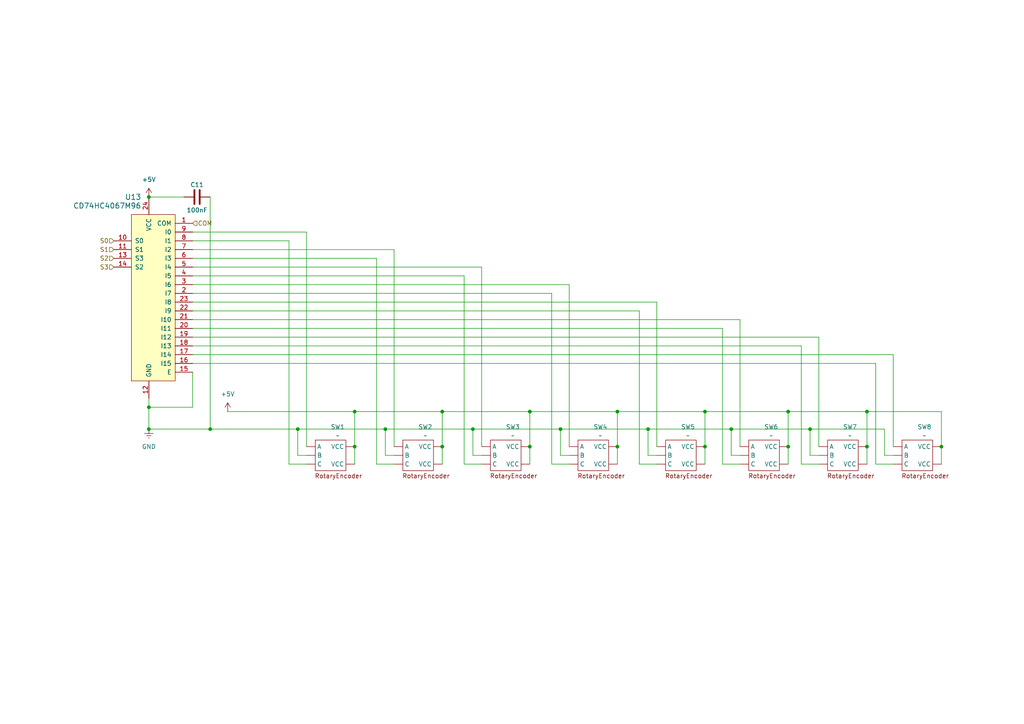
<source format=kicad_sch>
(kicad_sch (version 20231120) (generator "eeschema") (generator_version "8.0")
  (paper "A4")
  (lib_symbols
    (symbol "Device:C" (pin_numbers hide) (pin_names (offset 0.254))
      (property "Reference" "C" (at 0.635 2.54 0))
      (property "Value" "C" (at 0.635 -2.54 0))
      (symbol "C_0_1"
        (polyline (pts (xy -2.032 -0.762) (xy 2.032 -0.762)) (stroke (width 0.508)))
        (polyline (pts (xy -2.032 0.762) (xy 2.032 0.762)) (stroke (width 0.508)))
      )
      (symbol "C_1_1"
        (pin passive line (at 0 3.81 270) (length 2.794) (name "~") (number "1"))
        (pin passive line (at 0 -3.81 90) (length 2.794) (name "~") (number "2"))
      )
    )
    (symbol "dk_Interface-Analog-Switches-Multiplexers-Demultiplexers:CD74HC4067M96" (pin_names (offset 1.016))
      (property "Reference" "U" (at -2.54 24.13 0))
      (property "Value" "CD74HC4067M96" (at 17.78 -33.02 0))
      (symbol "CD74HC4067M96_0_1"
        (rectangle (start -5.08 22.86) (end 7.62 -25.4) (fill (type background)))
      )
      (symbol "CD74HC4067M96_1_1"
        (pin bidirectional line (at -10.16 20.32 0) (length 5.08) (name "COM") (number "1"))
        (pin input line (at 12.7 15.24 180) (length 5.08) (name "S0") (number "10"))
        (pin input line (at 12.7 12.7 180) (length 5.08) (name "S1") (number "11"))
        (pin power_in line (at 2.54 -30.48 90) (length 5.08) (name "GND") (number "12"))
        (pin input line (at 12.7 10.16 180) (length 5.08) (name "S3") (number "13"))
        (pin input line (at 12.7 7.62 180) (length 5.08) (name "S2") (number "14"))
        (pin input line (at -10.16 -22.86 0) (length 5.08) (name "E") (number "15"))
        (pin input line (at -10.16 -20.32 0) (length 5.08) (name "I15") (number "16"))
        (pin input line (at -10.16 -17.78 0) (length 5.08) (name "I14") (number "17"))
        (pin input line (at -10.16 -15.24 0) (length 5.08) (name "I13") (number "18"))
        (pin input line (at -10.16 -12.7 0) (length 5.08) (name "I12") (number "19"))
        (pin input line (at -10.16 0 0) (length 5.08) (name "I7") (number "2"))
        (pin input line (at -10.16 -10.16 0) (length 5.08) (name "I11") (number "20"))
        (pin input line (at -10.16 -7.62 0) (length 5.08) (name "I10") (number "21"))
        (pin input line (at -10.16 -5.08 0) (length 5.08) (name "I9") (number "22"))
        (pin input line (at -10.16 -2.54 0) (length 5.08) (name "I8") (number "23"))
        (pin power_in line (at 2.54 27.94 270) (length 5.08) (name "VCC") (number "24"))
        (pin input line (at -10.16 2.54 0) (length 5.08) (name "I6") (number "3"))
        (pin input line (at -10.16 5.08 0) (length 5.08) (name "I5") (number "4"))
        (pin input line (at -10.16 7.62 0) (length 5.08) (name "I4") (number "5"))
        (pin input line (at -10.16 10.16 0) (length 5.08) (name "I3") (number "6"))
        (pin input line (at -10.16 12.7 0) (length 5.08) (name "I2") (number "7"))
        (pin input line (at -10.16 15.24 0) (length 5.08) (name "I1") (number "8"))
        (pin input line (at -10.16 17.78 0) (length 5.08) (name "I0") (number "9"))
      )
    )
    (symbol "mixer:rotary_encoder"
      (property "Reference" "SW" (at -3.937 -8.001 0))
      (symbol "rotary_encoder_0_1"
        (rectangle (start -5.08 4.445) (end 3.81 -4.445))
      )
      (symbol "rotary_encoder_1_1"
        (text "RotaryEncoder\n" (at 1.651 -5.969 0) (effects (font (size 1.27 1.27))))
        (pin input line (at -7.62 2.54 0) (length 2.54) (name "A") (number ""))
        (pin input line (at -7.62 0 0) (length 2.54) (name "B") (number ""))
        (pin input line (at -7.62 -2.54 0) (length 2.54) (name "C") (number ""))
        (pin input line (at 6.35 -2.54 180) (length 2.54) (name "VCC") (number ""))
        (pin input line (at 6.35 2.54 180) (length 2.54) (name "VCC") (number ""))
      )
    )
    (symbol "power:+5V" (power) (pin_numbers hide) (pin_names (offset 0) hide)
      (property "Value" "+5V" (at 0 3.556 0))
      (symbol "+5V_0_1"
        (polyline (pts (xy -0.762 1.27) (xy 0 2.54)))
        (polyline (pts (xy 0 0) (xy 0 2.54)))
        (polyline (pts (xy 0 2.54) (xy 0.762 1.27)))
      )
      (symbol "+5V_1_1"
        (pin power_in line (at 0 0 90) (length 0) (name "~") (number "1"))
      )
    )
    (symbol "power:Earth" (power) (pin_numbers hide) (pin_names (offset 0) hide)
      (property "Value" "Earth" (at 0 -3.81 0))
      (symbol "Earth_0_1"
        (polyline (pts (xy -0.635 -1.905) (xy 0.635 -1.905)))
        (polyline (pts (xy -0.127 -2.54) (xy 0.127 -2.54)))
        (polyline (pts (xy 0 -1.27) (xy 0 0)))
        (polyline (pts (xy 1.27 -1.27) (xy -1.27 -1.27)))
      )
      (symbol "Earth_1_1"
        (pin power_in line (at 0 0 270) (length 0) (name "~") (number "1"))
      )
    )
  )
  (junction (at 128.27 119.38))
  (junction (at 162.56 124.46))
  (junction (at 212.09 124.46))
  (junction (at 102.87 119.38))
  (junction (at 179.07 119.38))
  (junction (at 187.96 124.46))
  (junction (at 204.47 119.38))
  (junction (at 43.18 124.46))
  (junction (at 228.6 119.38))
  (junction (at 204.47 129.54))
  (junction (at 234.95 124.46))
  (junction (at 60.96 124.46))
  (junction (at 86.36 124.46))
  (junction (at 43.18 118.11))
  (junction (at 251.46 129.54))
  (junction (at 228.6 129.54))
  (junction (at 43.18 57.15))
  (junction (at 153.67 119.38))
  (junction (at 153.67 129.54))
  (junction (at 128.27 129.54))
  (junction (at 251.46 119.38))
  (junction (at 137.16 124.46))
  (junction (at 179.07 129.54))
  (junction (at 102.87 129.54))
  (junction (at 273.05 129.54))
  (junction (at 111.76 124.46))
  (wire (pts (xy 153.67 119.38) (xy 179.07 119.38)))
  (wire (pts (xy 179.07 119.38) (xy 204.47 119.38)))
  (wire (pts (xy 153.67 129.54) (xy 153.67 119.38)))
  (wire (pts (xy 187.96 124.46) (xy 212.09 124.46)))
  (wire (pts (xy 234.95 124.46) (xy 256.54 124.46)))
  (wire (pts (xy 55.88 118.11) (xy 43.18 118.11)))
  (wire (pts (xy 55.88 100.33) (xy 232.41 100.33)))
  (wire (pts (xy 165.1 82.55) (xy 165.1 129.54)))
  (wire (pts (xy 134.62 80.01) (xy 134.62 134.62)))
  (wire (pts (xy 102.87 134.62) (xy 102.87 129.54)))
  (wire (pts (xy 86.36 132.08) (xy 86.36 124.46)))
  (wire (pts (xy 251.46 119.38) (xy 273.05 119.38)))
  (wire (pts (xy 102.87 129.54) (xy 102.87 119.38)))
  (wire (pts (xy 43.18 124.46) (xy 43.18 118.11)))
  (wire (pts (xy 55.88 90.17) (xy 185.42 90.17)))
  (wire (pts (xy 60.96 124.46) (xy 86.36 124.46)))
  (wire (pts (xy 111.76 132.08) (xy 111.76 124.46)))
  (wire (pts (xy 55.88 92.71) (xy 214.63 92.71)))
  (wire (pts (xy 55.88 105.41) (xy 254 105.41)))
  (wire (pts (xy 209.55 134.62) (xy 214.63 134.62)))
  (wire (pts (xy 55.88 97.79) (xy 237.49 97.79)))
  (wire (pts (xy 190.5 87.63) (xy 190.5 129.54)))
  (wire (pts (xy 162.56 124.46) (xy 187.96 124.46)))
  (wire (pts (xy 86.36 124.46) (xy 111.76 124.46)))
  (wire (pts (xy 160.02 134.62) (xy 165.1 134.62)))
  (wire (pts (xy 153.67 134.62) (xy 153.67 129.54)))
  (wire (pts (xy 88.9 67.31) (xy 88.9 129.54)))
  (wire (pts (xy 102.87 119.38) (xy 128.27 119.38)))
  (wire (pts (xy 53.34 57.15) (xy 43.18 57.15)))
  (wire (pts (xy 43.18 124.46) (xy 60.96 124.46)))
  (wire (pts (xy 237.49 132.08) (xy 234.95 132.08)))
  (wire (pts (xy 139.7 132.08) (xy 137.16 132.08)))
  (wire (pts (xy 137.16 124.46) (xy 162.56 124.46)))
  (wire (pts (xy 109.22 74.93) (xy 109.22 134.62)))
  (wire (pts (xy 55.88 77.47) (xy 139.7 77.47)))
  (wire (pts (xy 259.08 132.08) (xy 256.54 132.08)))
  (wire (pts (xy 55.88 69.85) (xy 83.82 69.85)))
  (wire (pts (xy 160.02 85.09) (xy 160.02 134.62)))
  (wire (pts (xy 43.18 118.11) (xy 43.18 115.57)))
  (wire (pts (xy 228.6 119.38) (xy 251.46 119.38)))
  (wire (pts (xy 204.47 134.62) (xy 204.47 129.54)))
  (wire (pts (xy 134.62 134.62) (xy 139.7 134.62)))
  (wire (pts (xy 254 105.41) (xy 254 134.62)))
  (wire (pts (xy 185.42 90.17) (xy 185.42 134.62)))
  (wire (pts (xy 228.6 129.54) (xy 228.6 119.38)))
  (wire (pts (xy 55.88 85.09) (xy 160.02 85.09)))
  (wire (pts (xy 139.7 77.47) (xy 139.7 129.54)))
  (wire (pts (xy 66.04 119.38) (xy 102.87 119.38)))
  (wire (pts (xy 83.82 69.85) (xy 83.82 134.62)))
  (wire (pts (xy 212.09 132.08) (xy 212.09 124.46)))
  (wire (pts (xy 187.96 132.08) (xy 187.96 124.46)))
  (wire (pts (xy 162.56 132.08) (xy 162.56 124.46)))
  (wire (pts (xy 55.88 102.87) (xy 259.08 102.87)))
  (wire (pts (xy 204.47 129.54) (xy 204.47 119.38)))
  (wire (pts (xy 55.88 87.63) (xy 190.5 87.63)))
  (wire (pts (xy 234.95 132.08) (xy 234.95 124.46)))
  (wire (pts (xy 128.27 129.54) (xy 128.27 119.38)))
  (wire (pts (xy 55.88 95.25) (xy 209.55 95.25)))
  (wire (pts (xy 212.09 124.46) (xy 234.95 124.46)))
  (wire (pts (xy 109.22 134.62) (xy 114.3 134.62)))
  (wire (pts (xy 214.63 132.08) (xy 212.09 132.08)))
  (wire (pts (xy 88.9 132.08) (xy 86.36 132.08)))
  (wire (pts (xy 259.08 102.87) (xy 259.08 129.54)))
  (wire (pts (xy 55.88 107.95) (xy 55.88 118.11)))
  (wire (pts (xy 209.55 95.25) (xy 209.55 134.62)))
  (wire (pts (xy 55.88 82.55) (xy 165.1 82.55)))
  (wire (pts (xy 55.88 67.31) (xy 88.9 67.31)))
  (wire (pts (xy 273.05 129.54) (xy 273.05 134.62)))
  (wire (pts (xy 251.46 134.62) (xy 251.46 129.54)))
  (wire (pts (xy 55.88 80.01) (xy 134.62 80.01)))
  (wire (pts (xy 214.63 92.71) (xy 214.63 129.54)))
  (wire (pts (xy 254 134.62) (xy 259.08 134.62)))
  (wire (pts (xy 232.41 100.33) (xy 232.41 134.62)))
  (wire (pts (xy 232.41 134.62) (xy 237.49 134.62)))
  (wire (pts (xy 83.82 134.62) (xy 88.9 134.62)))
  (wire (pts (xy 190.5 132.08) (xy 187.96 132.08)))
  (wire (pts (xy 165.1 132.08) (xy 162.56 132.08)))
  (wire (pts (xy 185.42 134.62) (xy 190.5 134.62)))
  (wire (pts (xy 179.07 129.54) (xy 179.07 119.38)))
  (wire (pts (xy 179.07 134.62) (xy 179.07 129.54)))
  (wire (pts (xy 60.96 57.15) (xy 60.96 124.46)))
  (wire (pts (xy 251.46 129.54) (xy 251.46 119.38)))
  (wire (pts (xy 137.16 132.08) (xy 137.16 124.46)))
  (wire (pts (xy 55.88 74.93) (xy 109.22 74.93)))
  (wire (pts (xy 114.3 72.39) (xy 114.3 129.54)))
  (wire (pts (xy 111.76 124.46) (xy 137.16 124.46)))
  (wire (pts (xy 128.27 119.38) (xy 153.67 119.38)))
  (wire (pts (xy 114.3 132.08) (xy 111.76 132.08)))
  (wire (pts (xy 237.49 97.79) (xy 237.49 129.54)))
  (wire (pts (xy 204.47 119.38) (xy 228.6 119.38)))
  (wire (pts (xy 273.05 119.38) (xy 273.05 129.54)))
  (wire (pts (xy 228.6 134.62) (xy 228.6 129.54)))
  (wire (pts (xy 256.54 132.08) (xy 256.54 124.46)))
  (wire (pts (xy 55.88 72.39) (xy 114.3 72.39)))
  (wire (pts (xy 128.27 134.62) (xy 128.27 129.54)))
  (hierarchical_label "S0" (shape input) (at 33.02 69.85 180))
  (hierarchical_label "S1" (shape input) (at 33.02 72.39 180))
  (hierarchical_label "COM" (shape input) (at 55.88 64.77 0))
  (hierarchical_label "S3" (shape input) (at 33.02 77.47 180))
  (hierarchical_label "S2" (shape input) (at 33.02 74.93 180))
  (symbol (lib_name "mixer:rotary_encoder") (lib_id "mixer:rotary_encoder") (at 198.12 132.08 0) (unit 1)
    (property "Reference" "SW5" (at 199.5453 123.825 0))
    (property "Value" "~" (at 199.5453 126.365 0))
    (property "Footprint" "mixer:RotaryEncoder" (effects (hide yes)))
  )
  (symbol (lib_name "mixer:rotary_encoder") (lib_id "mixer:rotary_encoder") (at 121.92 132.08 0) (unit 1)
    (property "Reference" "SW2" (at 123.3453 123.825 0))
    (property "Value" "~" (at 123.3453 126.365 0))
    (property "Footprint" "mixer:RotaryEncoder" (effects (hide yes)))
  )
  (symbol (lib_name "mixer:rotary_encoder") (lib_id "mixer:rotary_encoder") (at 96.52 132.08 0) (unit 1)
    (property "Reference" "SW1" (at 97.9453 123.825 0))
    (property "Value" "~" (at 97.9453 126.365 0))
    (property "Footprint" "mixer:RotaryEncoder" (effects (hide yes)))
  )
  (symbol (lib_name "mixer:rotary_encoder") (lib_id "mixer:rotary_encoder") (at 245.11 132.08 0) (unit 1)
    (property "Reference" "SW7" (at 246.5353 123.825 0))
    (property "Value" "~" (at 246.5353 126.365 0))
    (property "Footprint" "mixer:RotaryEncoder" (effects (hide yes)))
  )
  (symbol (lib_id "Device:C") (at 57.15 57.15 90) (unit 1)
    (property "Reference" "C11" (at 57.15 53.594 90))
    (property "Value" "100nF" (at 57.15 60.96 90))
    (property "Footprint" "Capacitor_THT:C_Axial_L5.1mm_D3.1mm_P7.50mm_Horizontal" (effects (hide yes)))
    (property "Description" "Unpolarized capacitor" (effects (hide yes)))
  )
  (symbol (lib_id "power:+5V") (at 66.04 119.38 0) (unit 1)
    (property "Reference" "#PWR09" (effects (hide yes)))
    (property "Value" "+5V" (at 66.04 114.3 0))
    (property "Description" "Power symbol creates a global label with name \"+5V\"" (effects (hide yes)))
  )
  (symbol (lib_name "mixer:rotary_encoder") (lib_id "mixer:rotary_encoder") (at 266.7 132.08 0) (unit 1)
    (property "Reference" "SW8" (at 268.1253 123.825 0))
    (property "Value" "~" (at 268.1253 126.365 0))
    (property "Footprint" "mixer:RotaryEncoder" (effects (hide yes)))
  )
  (symbol (lib_name "mixer:rotary_encoder") (lib_id "mixer:rotary_encoder") (at 147.32 132.08 0) (unit 1)
    (property "Reference" "SW3" (at 148.7453 123.825 0))
    (property "Value" "~" (at 148.7453 126.365 0))
    (property "Footprint" "mixer:RotaryEncoder" (effects (hide yes)))
  )
  (symbol (lib_id "dk_Interface-Analog-Switches-Multiplexers-Demultiplexers:CD74HC4067M96") (at 45.72 85.09 0) (mirror y) (unit 1)
    (property "Reference" "U13" (at 40.9859 57.15 0) (effects (font (size 1.524 1.524)) (justify left)))
    (property "Value" "CD74HC4067M96" (at 40.9859 59.69 0) (effects (font (size 1.524 1.524)) (justify left)))
    (property "Footprint" "digikey-footprints:SOIC-24_W7.50mm" (effects (hide yes)))
    (property "Datasheet" "http://www.ti.com/general/docs/suppproductinfo.tsp?distId=10&gotoUrl=http%3A%2F%2Fwww.ti.com%2Flit%2Fgpn%2Fcd74hc4067" (effects (hide yes)))
    (property "Description" "IC MUX/DEMUX 1X16 24SOIC" (effects (hide yes)))
    (property "Digi-Key_PN" "296-29408-1-ND" (effects (hide yes)))
    (property "MPN" "CD74HC4067M96" (effects (hide yes)))
    (property "Category" "Integrated Circuits (ICs)" (effects (hide yes)))
    (property "Family" "Interface - Analog Switches, Multiplexers, Demultiplexers" (effects (hide yes)))
    (property "DK_Datasheet_Link" "http://www.ti.com/general/docs/suppproductinfo.tsp?distId=10&gotoUrl=http%3A%2F%2Fwww.ti.com%2Flit%2Fgpn%2Fcd74hc4067" (effects (hide yes)))
    (property "DK_Detail_Page" "/product-detail/en/texas-instruments/CD74HC4067M96/296-29408-1-ND/2741760" (effects (hide yes)))
    (property "Description_1" "IC MUX/DEMUX 1X16 24SOIC" (effects (hide yes)))
    (property "Manufacturer" "Texas Instruments" (effects (hide yes)))
    (property "Status" "Active" (effects (hide yes)))
  )
  (symbol (lib_name "mixer:rotary_encoder") (lib_id "mixer:rotary_encoder") (at 172.72 132.08 0) (unit 1)
    (property "Reference" "SW4" (at 174.1453 123.825 0))
    (property "Value" "~" (at 174.1453 126.365 0))
    (property "Footprint" "mixer:RotaryEncoder" (effects (hide yes)))
  )
  (symbol (lib_name "mixer:rotary_encoder") (lib_id "mixer:rotary_encoder") (at 222.25 132.08 0) (unit 1)
    (property "Reference" "SW6" (at 223.6753 123.825 0))
    (property "Value" "~" (at 223.6753 126.365 0))
    (property "Footprint" "mixer:RotaryEncoder" (effects (hide yes)))
  )
  (symbol (lib_id "power:Earth") (at 43.18 124.46 0) (unit 1)
    (property "Reference" "#PWR018" (effects (hide yes)))
    (property "Value" "GND" (at 43.18 129.54 0))
    (property "Description" "Power symbol creates a global label with name \"Earth\"" (effects (hide yes)))
  )
  (symbol (lib_id "power:+5V") (at 43.18 57.15 0) (unit 1)
    (property "Reference" "#PWR016" (effects (hide yes)))
    (property "Value" "+5V" (at 43.18 52.07 0))
    (property "Description" "Power symbol creates a global label with name \"+5V\"" (effects (hide yes)))
  )
)
</source>
